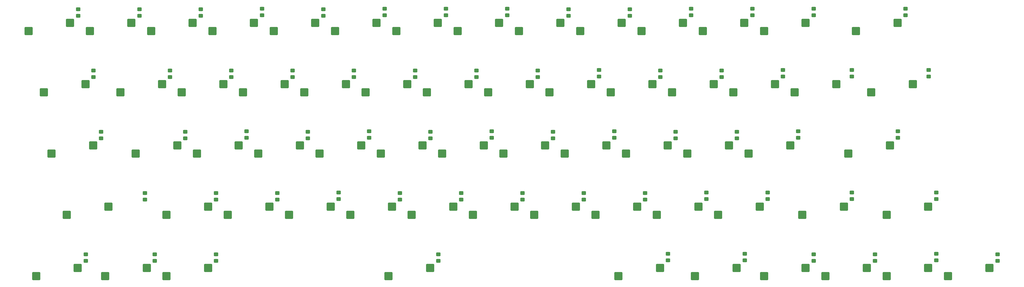
<source format=gbr>
%TF.GenerationSoftware,KiCad,Pcbnew,9.0.3*%
%TF.CreationDate,2025-07-28T21:16:55+07:00*%
%TF.ProjectId,DIY Bluetooth Mechanical Keyboard,44495920-426c-4756-9574-6f6f7468204d,rev?*%
%TF.SameCoordinates,Original*%
%TF.FileFunction,Paste,Bot*%
%TF.FilePolarity,Positive*%
%FSLAX46Y46*%
G04 Gerber Fmt 4.6, Leading zero omitted, Abs format (unit mm)*
G04 Created by KiCad (PCBNEW 9.0.3) date 2025-07-28 21:16:55*
%MOMM*%
%LPD*%
G01*
G04 APERTURE LIST*
G04 Aperture macros list*
%AMRoundRect*
0 Rectangle with rounded corners*
0 $1 Rounding radius*
0 $2 $3 $4 $5 $6 $7 $8 $9 X,Y pos of 4 corners*
0 Add a 4 corners polygon primitive as box body*
4,1,4,$2,$3,$4,$5,$6,$7,$8,$9,$2,$3,0*
0 Add four circle primitives for the rounded corners*
1,1,$1+$1,$2,$3*
1,1,$1+$1,$4,$5*
1,1,$1+$1,$6,$7*
1,1,$1+$1,$8,$9*
0 Add four rect primitives between the rounded corners*
20,1,$1+$1,$2,$3,$4,$5,0*
20,1,$1+$1,$4,$5,$6,$7,0*
20,1,$1+$1,$6,$7,$8,$9,0*
20,1,$1+$1,$8,$9,$2,$3,0*%
G04 Aperture macros list end*
%ADD10RoundRect,0.250000X-1.025000X-1.000000X1.025000X-1.000000X1.025000X1.000000X-1.025000X1.000000X0*%
%ADD11RoundRect,0.250000X-0.450000X0.325000X-0.450000X-0.325000X0.450000X-0.325000X0.450000X0.325000X0*%
G04 APERTURE END LIST*
D10*
%TO.C,SW13*%
X98375800Y-175869600D03*
X111302800Y-173329600D03*
%TD*%
%TO.C,SW38*%
X212675800Y-156819600D03*
X225602800Y-154279600D03*
%TD*%
%TO.C,SW19*%
X141238300Y-118719600D03*
X154165300Y-116179600D03*
%TD*%
%TO.C,SW49*%
X274588300Y-118719600D03*
X287515300Y-116179600D03*
%TD*%
%TO.C,SW36*%
X217438300Y-118719600D03*
X230365300Y-116179600D03*
%TD*%
%TO.C,SW58*%
X312688300Y-99669600D03*
X325615300Y-97129600D03*
%TD*%
%TO.C,SW40*%
X236488300Y-118719600D03*
X249415300Y-116179600D03*
%TD*%
%TO.C,SW10*%
X103138300Y-118719600D03*
X116065300Y-116179600D03*
%TD*%
%TO.C,SW2*%
X60275800Y-118719600D03*
X73202800Y-116179600D03*
%TD*%
%TO.C,SW27*%
X179338300Y-118719600D03*
X192265300Y-116179600D03*
%TD*%
%TO.C,SW21*%
X136475800Y-156819600D03*
X149402800Y-154279600D03*
%TD*%
%TO.C,SW60*%
X310307050Y-137769600D03*
X323234050Y-135229600D03*
%TD*%
%TO.C,SW32*%
X184100800Y-137769600D03*
X197027800Y-135229600D03*
%TD*%
%TO.C,SW61*%
X303163300Y-175869600D03*
X316090300Y-173329600D03*
%TD*%
%TO.C,SW17*%
X117425800Y-156819600D03*
X130352800Y-154279600D03*
%TD*%
%TO.C,SW5*%
X57894550Y-175869600D03*
X70821550Y-173329600D03*
%TD*%
%TO.C,SW12*%
X98375800Y-156819600D03*
X111302800Y-154279600D03*
%TD*%
%TO.C,SW7*%
X84088300Y-118719600D03*
X97015300Y-116179600D03*
%TD*%
%TO.C,SW56*%
X296019550Y-156819600D03*
X308946550Y-154279600D03*
%TD*%
%TO.C,SW4*%
X67419550Y-156819600D03*
X80346550Y-154279600D03*
%TD*%
%TO.C,SW6*%
X74563300Y-99669600D03*
X87490300Y-97129600D03*
%TD*%
%TO.C,SW35*%
X207913300Y-99669600D03*
X220840300Y-97129600D03*
%TD*%
%TO.C,SW43*%
X246013300Y-99669600D03*
X258940300Y-97129600D03*
%TD*%
%TO.C,SW53*%
X284113300Y-99669600D03*
X297040300Y-97129600D03*
%TD*%
%TO.C,SW46*%
X250775800Y-156819600D03*
X263702800Y-154279600D03*
%TD*%
%TO.C,SW18*%
X131713300Y-99669600D03*
X144640300Y-97129600D03*
%TD*%
%TO.C,SW47*%
X238869550Y-175869600D03*
X251796550Y-173329600D03*
%TD*%
%TO.C,SW14*%
X112663300Y-99669600D03*
X125590300Y-97129600D03*
%TD*%
%TO.C,SW23*%
X160288300Y-118719600D03*
X173215300Y-116179600D03*
%TD*%
%TO.C,SW24*%
X146000800Y-137769600D03*
X158927800Y-135229600D03*
%TD*%
%TO.C,SW22*%
X150763300Y-99669600D03*
X163690300Y-97129600D03*
%TD*%
%TO.C,SW50*%
X260300800Y-137769600D03*
X273227800Y-135229600D03*
%TD*%
%TO.C,SW44*%
X255538300Y-118719600D03*
X268465300Y-116179600D03*
%TD*%
%TO.C,SW62*%
X322213300Y-156819600D03*
X335140300Y-154279600D03*
%TD*%
%TO.C,SW37*%
X203150800Y-137769600D03*
X216077800Y-135229600D03*
%TD*%
%TO.C,SW52*%
X262682050Y-175869600D03*
X275609050Y-173329600D03*
%TD*%
%TO.C,SW20*%
X126950800Y-137769600D03*
X139877800Y-135229600D03*
%TD*%
%TO.C,SW54*%
X293638300Y-118719600D03*
X306565300Y-116179600D03*
%TD*%
%TO.C,SW26*%
X169813300Y-99669600D03*
X182740300Y-97129600D03*
%TD*%
%TO.C,SW55*%
X279350800Y-137769600D03*
X292277800Y-135229600D03*
%TD*%
%TO.C,SW41*%
X222200800Y-137769600D03*
X235127800Y-135229600D03*
%TD*%
%TO.C,SW45*%
X241250800Y-137769600D03*
X254177800Y-135229600D03*
%TD*%
%TO.C,SW30*%
X188863300Y-99669600D03*
X201790300Y-97129600D03*
%TD*%
%TO.C,SW28*%
X165050800Y-137769600D03*
X177977800Y-135229600D03*
%TD*%
%TO.C,SW15*%
X122188300Y-118719600D03*
X135115300Y-116179600D03*
%TD*%
%TO.C,SW64*%
X341263300Y-175869600D03*
X354190300Y-173329600D03*
%TD*%
%TO.C,SW31*%
X198388300Y-118719600D03*
X211315300Y-116179600D03*
%TD*%
%TO.C,SW16*%
X107900800Y-137769600D03*
X120827800Y-135229600D03*
%TD*%
%TO.C,SW3*%
X62657050Y-137769600D03*
X75584050Y-135229600D03*
%TD*%
%TO.C,SW33*%
X193625800Y-156819600D03*
X206552800Y-154279600D03*
%TD*%
%TO.C,SW59*%
X317450800Y-118719600D03*
X330377800Y-116179600D03*
%TD*%
%TO.C,SW63*%
X322213300Y-175869600D03*
X335140300Y-173329600D03*
%TD*%
%TO.C,SW34*%
X167432050Y-175869600D03*
X180359050Y-173329600D03*
%TD*%
%TO.C,SW11*%
X88850800Y-137769600D03*
X101777800Y-135229600D03*
%TD*%
%TO.C,SW9*%
X93613300Y-99669600D03*
X106540300Y-97129600D03*
%TD*%
%TO.C,SW42*%
X231725800Y-156819600D03*
X244652800Y-154279600D03*
%TD*%
%TO.C,SW51*%
X269825800Y-156819600D03*
X282752800Y-154279600D03*
%TD*%
%TO.C,SW8*%
X79325800Y-175869600D03*
X92252800Y-173329600D03*
%TD*%
%TO.C,SW39*%
X226963300Y-99669600D03*
X239890300Y-97129600D03*
%TD*%
%TO.C,SW48*%
X265063300Y-99669600D03*
X277990300Y-97129600D03*
%TD*%
%TO.C,SW57*%
X284113300Y-175869600D03*
X297040300Y-173329600D03*
%TD*%
%TO.C,SW29*%
X174575800Y-156819600D03*
X187502800Y-154279600D03*
%TD*%
%TO.C,SW25*%
X155525800Y-156819600D03*
X168452800Y-154279600D03*
%TD*%
%TO.C,SW1*%
X55513300Y-99669600D03*
X68440300Y-97129600D03*
%TD*%
D11*
%TO.C,D57*%
X299532675Y-169050225D03*
X299532675Y-171100225D03*
%TD*%
%TO.C,D62*%
X337632675Y-149834600D03*
X337632675Y-151884600D03*
%TD*%
%TO.C,D60*%
X325726425Y-130784600D03*
X325726425Y-132834600D03*
%TD*%
%TO.C,D33*%
X209045175Y-150000225D03*
X209045175Y-152050225D03*
%TD*%
%TO.C,D2*%
X75695175Y-111900225D03*
X75695175Y-113950225D03*
%TD*%
%TO.C,D43*%
X261432675Y-92684600D03*
X261432675Y-94734600D03*
%TD*%
%TO.C,D63*%
X337632675Y-168884600D03*
X337632675Y-170934600D03*
%TD*%
%TO.C,D26*%
X185232675Y-92684600D03*
X185232675Y-94734600D03*
%TD*%
%TO.C,D17*%
X132845175Y-150000225D03*
X132845175Y-152050225D03*
%TD*%
%TO.C,D52*%
X278101425Y-168884600D03*
X278101425Y-170934600D03*
%TD*%
%TO.C,D36*%
X232857675Y-111734600D03*
X232857675Y-113784600D03*
%TD*%
%TO.C,D30*%
X204282675Y-92684600D03*
X204282675Y-94734600D03*
%TD*%
%TO.C,D59*%
X335251425Y-111734600D03*
X335251425Y-113784600D03*
%TD*%
%TO.C,D54*%
X311438925Y-111734600D03*
X311438925Y-113784600D03*
%TD*%
%TO.C,D13*%
X113795175Y-169050225D03*
X113795175Y-171100225D03*
%TD*%
%TO.C,D41*%
X237620175Y-130784600D03*
X237620175Y-132834600D03*
%TD*%
%TO.C,D7*%
X99507675Y-111900225D03*
X99507675Y-113950225D03*
%TD*%
%TO.C,D37*%
X218570175Y-130950225D03*
X218570175Y-133000225D03*
%TD*%
%TO.C,D4*%
X91662250Y-149997050D03*
X91662250Y-152047050D03*
%TD*%
%TO.C,D28*%
X180470175Y-130950225D03*
X180470175Y-133000225D03*
%TD*%
%TO.C,D27*%
X194757675Y-111900225D03*
X194757675Y-113950225D03*
%TD*%
%TO.C,D53*%
X299532675Y-92684600D03*
X299532675Y-94734600D03*
%TD*%
%TO.C,D42*%
X247145175Y-150000225D03*
X247145175Y-152050225D03*
%TD*%
%TO.C,D16*%
X123320175Y-130784600D03*
X123320175Y-132834600D03*
%TD*%
%TO.C,D20*%
X142370175Y-130950225D03*
X142370175Y-133000225D03*
%TD*%
%TO.C,D8*%
X94745175Y-169050225D03*
X94745175Y-171100225D03*
%TD*%
%TO.C,D48*%
X280482675Y-92684600D03*
X280482675Y-94734600D03*
%TD*%
%TO.C,D46*%
X266195175Y-149834600D03*
X266195175Y-151884600D03*
%TD*%
%TO.C,D58*%
X328107675Y-92684600D03*
X328107675Y-94734600D03*
%TD*%
%TO.C,D49*%
X290007675Y-111734600D03*
X290007675Y-113784600D03*
%TD*%
%TO.C,D64*%
X356682675Y-169050225D03*
X356682675Y-171100225D03*
%TD*%
%TO.C,D50*%
X275720175Y-130950225D03*
X275720175Y-133000225D03*
%TD*%
%TO.C,D56*%
X311438925Y-149834600D03*
X311438925Y-151884600D03*
%TD*%
%TO.C,D40*%
X251907675Y-111900225D03*
X251907675Y-113950225D03*
%TD*%
%TO.C,D9*%
X109032675Y-92850225D03*
X109032675Y-94900225D03*
%TD*%
%TO.C,D10*%
X118557675Y-111900225D03*
X118557675Y-113950225D03*
%TD*%
%TO.C,D1*%
X70932675Y-92850225D03*
X70932675Y-94900225D03*
%TD*%
%TO.C,D34*%
X182851425Y-169050225D03*
X182851425Y-171100225D03*
%TD*%
%TO.C,D22*%
X166182675Y-92684600D03*
X166182675Y-94734600D03*
%TD*%
%TO.C,D21*%
X151895175Y-149834600D03*
X151895175Y-151884600D03*
%TD*%
%TO.C,D12*%
X113795175Y-150000225D03*
X113795175Y-152050225D03*
%TD*%
%TO.C,D23*%
X175707675Y-111900225D03*
X175707675Y-113950225D03*
%TD*%
%TO.C,D15*%
X137607675Y-111900225D03*
X137607675Y-113950225D03*
%TD*%
%TO.C,D14*%
X128082675Y-92684600D03*
X128082675Y-94734600D03*
%TD*%
%TO.C,D51*%
X285245175Y-149834600D03*
X285245175Y-151884600D03*
%TD*%
%TO.C,D31*%
X213807675Y-111900225D03*
X213807675Y-113950225D03*
%TD*%
%TO.C,D45*%
X256670175Y-130950225D03*
X256670175Y-133000225D03*
%TD*%
%TO.C,D3*%
X78076425Y-130950225D03*
X78076425Y-133000225D03*
%TD*%
%TO.C,D6*%
X89982675Y-92850225D03*
X89982675Y-94900225D03*
%TD*%
%TO.C,D47*%
X254288925Y-168884600D03*
X254288925Y-170934600D03*
%TD*%
%TO.C,D38*%
X228095175Y-150000225D03*
X228095175Y-152050225D03*
%TD*%
%TO.C,D35*%
X223332675Y-92850225D03*
X223332675Y-94900225D03*
%TD*%
%TO.C,D11*%
X104270175Y-130950225D03*
X104270175Y-133000225D03*
%TD*%
%TO.C,D29*%
X189995175Y-150000225D03*
X189995175Y-152050225D03*
%TD*%
%TO.C,D24*%
X161420175Y-130784600D03*
X161420175Y-132834600D03*
%TD*%
%TO.C,D61*%
X318582675Y-169050225D03*
X318582675Y-171100225D03*
%TD*%
%TO.C,D39*%
X242382675Y-92850225D03*
X242382675Y-94900225D03*
%TD*%
%TO.C,D5*%
X73313925Y-169050225D03*
X73313925Y-171100225D03*
%TD*%
%TO.C,D25*%
X170945175Y-150000225D03*
X170945175Y-152050225D03*
%TD*%
%TO.C,D18*%
X147132675Y-92850225D03*
X147132675Y-94900225D03*
%TD*%
%TO.C,D32*%
X199520175Y-130784600D03*
X199520175Y-132834600D03*
%TD*%
%TO.C,D55*%
X294770175Y-130784600D03*
X294770175Y-132834600D03*
%TD*%
%TO.C,D19*%
X156657675Y-111900225D03*
X156657675Y-113950225D03*
%TD*%
%TO.C,D44*%
X270957675Y-111900225D03*
X270957675Y-113950225D03*
%TD*%
M02*

</source>
